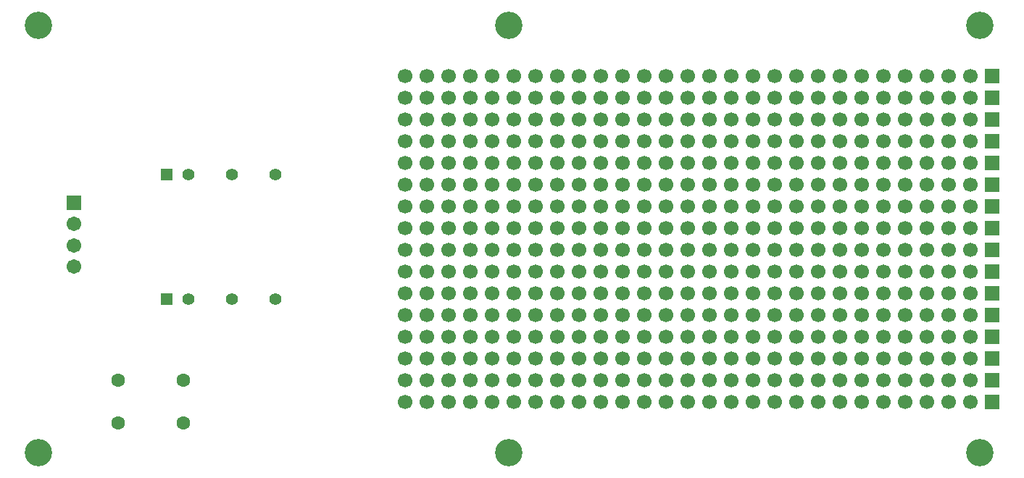
<source format=gbr>
%TF.GenerationSoftware,KiCad,Pcbnew,9.0.4*%
%TF.CreationDate,2025-09-08T19:15:53+09:00*%
%TF.ProjectId,CAN_Isolation,43414e5f-4973-46f6-9c61-74696f6e2e6b,Ver.1.0*%
%TF.SameCoordinates,Original*%
%TF.FileFunction,Soldermask,Bot*%
%TF.FilePolarity,Negative*%
%FSLAX46Y46*%
G04 Gerber Fmt 4.6, Leading zero omitted, Abs format (unit mm)*
G04 Created by KiCad (PCBNEW 9.0.4) date 2025-09-08 19:15:53*
%MOMM*%
%LPD*%
G01*
G04 APERTURE LIST*
G04 Aperture macros list*
%AMRoundRect*
0 Rectangle with rounded corners*
0 $1 Rounding radius*
0 $2 $3 $4 $5 $6 $7 $8 $9 X,Y pos of 4 corners*
0 Add a 4 corners polygon primitive as box body*
4,1,4,$2,$3,$4,$5,$6,$7,$8,$9,$2,$3,0*
0 Add four circle primitives for the rounded corners*
1,1,$1+$1,$2,$3*
1,1,$1+$1,$4,$5*
1,1,$1+$1,$6,$7*
1,1,$1+$1,$8,$9*
0 Add four rect primitives between the rounded corners*
20,1,$1+$1,$2,$3,$4,$5,0*
20,1,$1+$1,$4,$5,$6,$7,0*
20,1,$1+$1,$6,$7,$8,$9,0*
20,1,$1+$1,$8,$9,$2,$3,0*%
G04 Aperture macros list end*
%ADD10C,3.200000*%
%ADD11R,1.700000X1.700000*%
%ADD12C,1.700000*%
%ADD13RoundRect,0.102000X-0.754000X0.754000X-0.754000X-0.754000X0.754000X-0.754000X0.754000X0.754000X0*%
%ADD14C,1.712000*%
%ADD15C,1.600000*%
%ADD16R,1.397000X1.397000*%
%ADD17C,1.397000*%
G04 APERTURE END LIST*
D10*
%TO.C,REF\u002A\u002A*%
X148657095Y-72794905D03*
%TD*%
D11*
%TO.C,J6*%
X205157095Y-88934905D03*
D12*
X202617095Y-88934905D03*
X200077095Y-88934905D03*
X197537095Y-88934905D03*
X194997095Y-88934905D03*
X192457095Y-88934905D03*
X189917095Y-88934905D03*
X187377095Y-88934905D03*
X184837095Y-88934905D03*
X182297095Y-88934905D03*
X179757095Y-88934905D03*
X177217095Y-88934905D03*
X174677095Y-88934905D03*
X172137095Y-88934905D03*
X169597095Y-88934905D03*
X167057095Y-88934905D03*
X164517095Y-88934905D03*
X161977095Y-88934905D03*
X159437095Y-88934905D03*
X156897095Y-88934905D03*
X154357095Y-88934905D03*
X151817095Y-88934905D03*
X149277095Y-88934905D03*
X146737095Y-88934905D03*
X144197095Y-88934905D03*
X141657095Y-88934905D03*
X139117095Y-88934905D03*
X136577095Y-88934905D03*
%TD*%
D10*
%TO.C,REF\u002A\u002A*%
X93657095Y-122794905D03*
%TD*%
D11*
%TO.C,J3*%
X205157095Y-81314905D03*
D12*
X202617095Y-81314905D03*
X200077095Y-81314905D03*
X197537095Y-81314905D03*
X194997095Y-81314905D03*
X192457095Y-81314905D03*
X189917095Y-81314905D03*
X187377095Y-81314905D03*
X184837095Y-81314905D03*
X182297095Y-81314905D03*
X179757095Y-81314905D03*
X177217095Y-81314905D03*
X174677095Y-81314905D03*
X172137095Y-81314905D03*
X169597095Y-81314905D03*
X167057095Y-81314905D03*
X164517095Y-81314905D03*
X161977095Y-81314905D03*
X159437095Y-81314905D03*
X156897095Y-81314905D03*
X154357095Y-81314905D03*
X151817095Y-81314905D03*
X149277095Y-81314905D03*
X146737095Y-81314905D03*
X144197095Y-81314905D03*
X141657095Y-81314905D03*
X139117095Y-81314905D03*
X136577095Y-81314905D03*
%TD*%
D13*
%TO.C,J1*%
X97857095Y-93544905D03*
D14*
X97857095Y-96044905D03*
X97857095Y-98544905D03*
X97857095Y-101044905D03*
%TD*%
D11*
%TO.C,J8*%
X205157095Y-94014905D03*
D12*
X202617095Y-94014905D03*
X200077095Y-94014905D03*
X197537095Y-94014905D03*
X194997095Y-94014905D03*
X192457095Y-94014905D03*
X189917095Y-94014905D03*
X187377095Y-94014905D03*
X184837095Y-94014905D03*
X182297095Y-94014905D03*
X179757095Y-94014905D03*
X177217095Y-94014905D03*
X174677095Y-94014905D03*
X172137095Y-94014905D03*
X169597095Y-94014905D03*
X167057095Y-94014905D03*
X164517095Y-94014905D03*
X161977095Y-94014905D03*
X159437095Y-94014905D03*
X156897095Y-94014905D03*
X154357095Y-94014905D03*
X151817095Y-94014905D03*
X149277095Y-94014905D03*
X146737095Y-94014905D03*
X144197095Y-94014905D03*
X141657095Y-94014905D03*
X139117095Y-94014905D03*
X136577095Y-94014905D03*
%TD*%
D10*
%TO.C,REF\u002A\u002A*%
X203657095Y-122794905D03*
%TD*%
D11*
%TO.C,J11*%
X205157095Y-101634905D03*
D12*
X202617095Y-101634905D03*
X200077095Y-101634905D03*
X197537095Y-101634905D03*
X194997095Y-101634905D03*
X192457095Y-101634905D03*
X189917095Y-101634905D03*
X187377095Y-101634905D03*
X184837095Y-101634905D03*
X182297095Y-101634905D03*
X179757095Y-101634905D03*
X177217095Y-101634905D03*
X174677095Y-101634905D03*
X172137095Y-101634905D03*
X169597095Y-101634905D03*
X167057095Y-101634905D03*
X164517095Y-101634905D03*
X161977095Y-101634905D03*
X159437095Y-101634905D03*
X156897095Y-101634905D03*
X154357095Y-101634905D03*
X151817095Y-101634905D03*
X149277095Y-101634905D03*
X146737095Y-101634905D03*
X144197095Y-101634905D03*
X141657095Y-101634905D03*
X139117095Y-101634905D03*
X136577095Y-101634905D03*
%TD*%
D11*
%TO.C,J17*%
X205157095Y-116874905D03*
D12*
X202617095Y-116874905D03*
X200077095Y-116874905D03*
X197537095Y-116874905D03*
X194997095Y-116874905D03*
X192457095Y-116874905D03*
X189917095Y-116874905D03*
X187377095Y-116874905D03*
X184837095Y-116874905D03*
X182297095Y-116874905D03*
X179757095Y-116874905D03*
X177217095Y-116874905D03*
X174677095Y-116874905D03*
X172137095Y-116874905D03*
X169597095Y-116874905D03*
X167057095Y-116874905D03*
X164517095Y-116874905D03*
X161977095Y-116874905D03*
X159437095Y-116874905D03*
X156897095Y-116874905D03*
X154357095Y-116874905D03*
X151817095Y-116874905D03*
X149277095Y-116874905D03*
X146737095Y-116874905D03*
X144197095Y-116874905D03*
X141657095Y-116874905D03*
X139117095Y-116874905D03*
X136577095Y-116874905D03*
%TD*%
D11*
%TO.C,J15*%
X205157095Y-111794905D03*
D12*
X202617095Y-111794905D03*
X200077095Y-111794905D03*
X197537095Y-111794905D03*
X194997095Y-111794905D03*
X192457095Y-111794905D03*
X189917095Y-111794905D03*
X187377095Y-111794905D03*
X184837095Y-111794905D03*
X182297095Y-111794905D03*
X179757095Y-111794905D03*
X177217095Y-111794905D03*
X174677095Y-111794905D03*
X172137095Y-111794905D03*
X169597095Y-111794905D03*
X167057095Y-111794905D03*
X164517095Y-111794905D03*
X161977095Y-111794905D03*
X159437095Y-111794905D03*
X156897095Y-111794905D03*
X154357095Y-111794905D03*
X151817095Y-111794905D03*
X149277095Y-111794905D03*
X146737095Y-111794905D03*
X144197095Y-111794905D03*
X141657095Y-111794905D03*
X139117095Y-111794905D03*
X136577095Y-111794905D03*
%TD*%
D11*
%TO.C,J13*%
X205157095Y-106714905D03*
D12*
X202617095Y-106714905D03*
X200077095Y-106714905D03*
X197537095Y-106714905D03*
X194997095Y-106714905D03*
X192457095Y-106714905D03*
X189917095Y-106714905D03*
X187377095Y-106714905D03*
X184837095Y-106714905D03*
X182297095Y-106714905D03*
X179757095Y-106714905D03*
X177217095Y-106714905D03*
X174677095Y-106714905D03*
X172137095Y-106714905D03*
X169597095Y-106714905D03*
X167057095Y-106714905D03*
X164517095Y-106714905D03*
X161977095Y-106714905D03*
X159437095Y-106714905D03*
X156897095Y-106714905D03*
X154357095Y-106714905D03*
X151817095Y-106714905D03*
X149277095Y-106714905D03*
X146737095Y-106714905D03*
X144197095Y-106714905D03*
X141657095Y-106714905D03*
X139117095Y-106714905D03*
X136577095Y-106714905D03*
%TD*%
D15*
%TO.C,R12*%
X103037095Y-114294905D03*
X110657095Y-114294905D03*
%TD*%
D11*
%TO.C,J16*%
X205157095Y-114334905D03*
D12*
X202617095Y-114334905D03*
X200077095Y-114334905D03*
X197537095Y-114334905D03*
X194997095Y-114334905D03*
X192457095Y-114334905D03*
X189917095Y-114334905D03*
X187377095Y-114334905D03*
X184837095Y-114334905D03*
X182297095Y-114334905D03*
X179757095Y-114334905D03*
X177217095Y-114334905D03*
X174677095Y-114334905D03*
X172137095Y-114334905D03*
X169597095Y-114334905D03*
X167057095Y-114334905D03*
X164517095Y-114334905D03*
X161977095Y-114334905D03*
X159437095Y-114334905D03*
X156897095Y-114334905D03*
X154357095Y-114334905D03*
X151817095Y-114334905D03*
X149277095Y-114334905D03*
X146737095Y-114334905D03*
X144197095Y-114334905D03*
X141657095Y-114334905D03*
X139117095Y-114334905D03*
X136577095Y-114334905D03*
%TD*%
D11*
%TO.C,J7*%
X205157095Y-91474905D03*
D12*
X202617095Y-91474905D03*
X200077095Y-91474905D03*
X197537095Y-91474905D03*
X194997095Y-91474905D03*
X192457095Y-91474905D03*
X189917095Y-91474905D03*
X187377095Y-91474905D03*
X184837095Y-91474905D03*
X182297095Y-91474905D03*
X179757095Y-91474905D03*
X177217095Y-91474905D03*
X174677095Y-91474905D03*
X172137095Y-91474905D03*
X169597095Y-91474905D03*
X167057095Y-91474905D03*
X164517095Y-91474905D03*
X161977095Y-91474905D03*
X159437095Y-91474905D03*
X156897095Y-91474905D03*
X154357095Y-91474905D03*
X151817095Y-91474905D03*
X149277095Y-91474905D03*
X146737095Y-91474905D03*
X144197095Y-91474905D03*
X141657095Y-91474905D03*
X139117095Y-91474905D03*
X136577095Y-91474905D03*
%TD*%
D11*
%TO.C,J10*%
X205157095Y-99094905D03*
D12*
X202617095Y-99094905D03*
X200077095Y-99094905D03*
X197537095Y-99094905D03*
X194997095Y-99094905D03*
X192457095Y-99094905D03*
X189917095Y-99094905D03*
X187377095Y-99094905D03*
X184837095Y-99094905D03*
X182297095Y-99094905D03*
X179757095Y-99094905D03*
X177217095Y-99094905D03*
X174677095Y-99094905D03*
X172137095Y-99094905D03*
X169597095Y-99094905D03*
X167057095Y-99094905D03*
X164517095Y-99094905D03*
X161977095Y-99094905D03*
X159437095Y-99094905D03*
X156897095Y-99094905D03*
X154357095Y-99094905D03*
X151817095Y-99094905D03*
X149277095Y-99094905D03*
X146737095Y-99094905D03*
X144197095Y-99094905D03*
X141657095Y-99094905D03*
X139117095Y-99094905D03*
X136577095Y-99094905D03*
%TD*%
D10*
%TO.C,REF\u002A\u002A*%
X148657095Y-122794905D03*
%TD*%
%TO.C,REF\u002A\u002A*%
X203657095Y-72794905D03*
%TD*%
D16*
%TO.C,U3*%
X108680095Y-90270905D03*
D17*
X111220095Y-90270905D03*
X116300095Y-90270905D03*
X121380095Y-90270905D03*
%TD*%
D16*
%TO.C,U4*%
X108680095Y-104770905D03*
D17*
X111220095Y-104770905D03*
X116300095Y-104770905D03*
X121380095Y-104770905D03*
%TD*%
D11*
%TO.C,J9*%
X205157095Y-96554905D03*
D12*
X202617095Y-96554905D03*
X200077095Y-96554905D03*
X197537095Y-96554905D03*
X194997095Y-96554905D03*
X192457095Y-96554905D03*
X189917095Y-96554905D03*
X187377095Y-96554905D03*
X184837095Y-96554905D03*
X182297095Y-96554905D03*
X179757095Y-96554905D03*
X177217095Y-96554905D03*
X174677095Y-96554905D03*
X172137095Y-96554905D03*
X169597095Y-96554905D03*
X167057095Y-96554905D03*
X164517095Y-96554905D03*
X161977095Y-96554905D03*
X159437095Y-96554905D03*
X156897095Y-96554905D03*
X154357095Y-96554905D03*
X151817095Y-96554905D03*
X149277095Y-96554905D03*
X146737095Y-96554905D03*
X144197095Y-96554905D03*
X141657095Y-96554905D03*
X139117095Y-96554905D03*
X136577095Y-96554905D03*
%TD*%
D15*
%TO.C,R11*%
X110657095Y-119294905D03*
X103037095Y-119294905D03*
%TD*%
D10*
%TO.C,REF\u002A\u002A*%
X93657095Y-72794905D03*
%TD*%
D11*
%TO.C,J2*%
X205157095Y-78774905D03*
D12*
X202617095Y-78774905D03*
X200077095Y-78774905D03*
X197537095Y-78774905D03*
X194997095Y-78774905D03*
X192457095Y-78774905D03*
X189917095Y-78774905D03*
X187377095Y-78774905D03*
X184837095Y-78774905D03*
X182297095Y-78774905D03*
X179757095Y-78774905D03*
X177217095Y-78774905D03*
X174677095Y-78774905D03*
X172137095Y-78774905D03*
X169597095Y-78774905D03*
X167057095Y-78774905D03*
X164517095Y-78774905D03*
X161977095Y-78774905D03*
X159437095Y-78774905D03*
X156897095Y-78774905D03*
X154357095Y-78774905D03*
X151817095Y-78774905D03*
X149277095Y-78774905D03*
X146737095Y-78774905D03*
X144197095Y-78774905D03*
X141657095Y-78774905D03*
X139117095Y-78774905D03*
X136577095Y-78774905D03*
%TD*%
D11*
%TO.C,J5*%
X205157095Y-86394905D03*
D12*
X202617095Y-86394905D03*
X200077095Y-86394905D03*
X197537095Y-86394905D03*
X194997095Y-86394905D03*
X192457095Y-86394905D03*
X189917095Y-86394905D03*
X187377095Y-86394905D03*
X184837095Y-86394905D03*
X182297095Y-86394905D03*
X179757095Y-86394905D03*
X177217095Y-86394905D03*
X174677095Y-86394905D03*
X172137095Y-86394905D03*
X169597095Y-86394905D03*
X167057095Y-86394905D03*
X164517095Y-86394905D03*
X161977095Y-86394905D03*
X159437095Y-86394905D03*
X156897095Y-86394905D03*
X154357095Y-86394905D03*
X151817095Y-86394905D03*
X149277095Y-86394905D03*
X146737095Y-86394905D03*
X144197095Y-86394905D03*
X141657095Y-86394905D03*
X139117095Y-86394905D03*
X136577095Y-86394905D03*
%TD*%
D11*
%TO.C,J14*%
X205157095Y-109254905D03*
D12*
X202617095Y-109254905D03*
X200077095Y-109254905D03*
X197537095Y-109254905D03*
X194997095Y-109254905D03*
X192457095Y-109254905D03*
X189917095Y-109254905D03*
X187377095Y-109254905D03*
X184837095Y-109254905D03*
X182297095Y-109254905D03*
X179757095Y-109254905D03*
X177217095Y-109254905D03*
X174677095Y-109254905D03*
X172137095Y-109254905D03*
X169597095Y-109254905D03*
X167057095Y-109254905D03*
X164517095Y-109254905D03*
X161977095Y-109254905D03*
X159437095Y-109254905D03*
X156897095Y-109254905D03*
X154357095Y-109254905D03*
X151817095Y-109254905D03*
X149277095Y-109254905D03*
X146737095Y-109254905D03*
X144197095Y-109254905D03*
X141657095Y-109254905D03*
X139117095Y-109254905D03*
X136577095Y-109254905D03*
%TD*%
D11*
%TO.C,J4*%
X205157095Y-83854905D03*
D12*
X202617095Y-83854905D03*
X200077095Y-83854905D03*
X197537095Y-83854905D03*
X194997095Y-83854905D03*
X192457095Y-83854905D03*
X189917095Y-83854905D03*
X187377095Y-83854905D03*
X184837095Y-83854905D03*
X182297095Y-83854905D03*
X179757095Y-83854905D03*
X177217095Y-83854905D03*
X174677095Y-83854905D03*
X172137095Y-83854905D03*
X169597095Y-83854905D03*
X167057095Y-83854905D03*
X164517095Y-83854905D03*
X161977095Y-83854905D03*
X159437095Y-83854905D03*
X156897095Y-83854905D03*
X154357095Y-83854905D03*
X151817095Y-83854905D03*
X149277095Y-83854905D03*
X146737095Y-83854905D03*
X144197095Y-83854905D03*
X141657095Y-83854905D03*
X139117095Y-83854905D03*
X136577095Y-83854905D03*
%TD*%
D11*
%TO.C,J12*%
X205157095Y-104174905D03*
D12*
X202617095Y-104174905D03*
X200077095Y-104174905D03*
X197537095Y-104174905D03*
X194997095Y-104174905D03*
X192457095Y-104174905D03*
X189917095Y-104174905D03*
X187377095Y-104174905D03*
X184837095Y-104174905D03*
X182297095Y-104174905D03*
X179757095Y-104174905D03*
X177217095Y-104174905D03*
X174677095Y-104174905D03*
X172137095Y-104174905D03*
X169597095Y-104174905D03*
X167057095Y-104174905D03*
X164517095Y-104174905D03*
X161977095Y-104174905D03*
X159437095Y-104174905D03*
X156897095Y-104174905D03*
X154357095Y-104174905D03*
X151817095Y-104174905D03*
X149277095Y-104174905D03*
X146737095Y-104174905D03*
X144197095Y-104174905D03*
X141657095Y-104174905D03*
X139117095Y-104174905D03*
X136577095Y-104174905D03*
%TD*%
M02*

</source>
